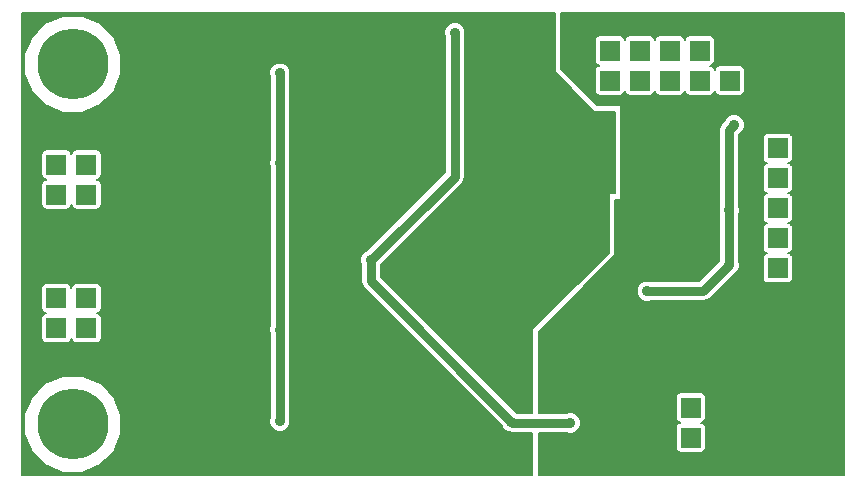
<source format=gbr>
G04 #@! TF.FileFunction,Copper,L1,Top,Signal*
%FSLAX46Y46*%
G04 Gerber Fmt 4.6, Leading zero omitted, Abs format (unit mm)*
G04 Created by KiCad (PCBNEW 0.201503110816+5502~22~ubuntu14.04.1-product) date St 11. březen 2015, 22:21:51 CET*
%MOMM*%
G01*
G04 APERTURE LIST*
%ADD10C,0.100000*%
%ADD11R,1.651000X1.651000*%
%ADD12C,6.000000*%
%ADD13C,0.889000*%
%ADD14C,0.500000*%
%ADD15C,0.254000*%
%ADD16C,0.600000*%
%ADD17C,0.400000*%
%ADD18C,0.800000*%
%ADD19C,0.300000*%
%ADD20C,0.200000*%
G04 APERTURE END LIST*
D10*
D11*
X3683000Y13208000D03*
X6223000Y13208000D03*
X3683000Y18288000D03*
X3683000Y15748000D03*
X3683000Y10668000D03*
X6223000Y10668000D03*
X6223000Y15748000D03*
X6223000Y18288000D03*
X3683000Y24511000D03*
X6223000Y24511000D03*
X3683000Y29591000D03*
X3683000Y27051000D03*
X3683000Y21971000D03*
X6223000Y21971000D03*
X6223000Y27051000D03*
X6223000Y29591000D03*
X59944000Y6477000D03*
X57404000Y6477000D03*
X54864000Y6477000D03*
X54864000Y3937000D03*
X57404000Y3937000D03*
X59944000Y3937000D03*
X55626000Y34163000D03*
X55626000Y36703000D03*
X50546000Y34163000D03*
X53086000Y34163000D03*
X58166000Y34163000D03*
X58166000Y36703000D03*
X53086000Y36703000D03*
X50546000Y36703000D03*
X64770000Y20828000D03*
X67310000Y28448000D03*
X67310000Y23368000D03*
X64770000Y28448000D03*
X67310000Y18288000D03*
X67310000Y20828000D03*
X67310000Y25908000D03*
X64770000Y18288000D03*
X64770000Y25908000D03*
X64770000Y23368000D03*
D12*
X66040000Y35560000D03*
X66040000Y5080000D03*
X5080000Y5080000D03*
X5080000Y35560000D03*
D11*
X60706000Y34163000D03*
X60706000Y36703000D03*
D13*
X45212000Y34036000D03*
X42418000Y31623000D03*
X46736000Y31877000D03*
X49657000Y25146000D03*
X49784000Y19558000D03*
X46609000Y25400000D03*
X46355000Y27305000D03*
X48006000Y24638000D03*
X50419000Y26543000D03*
X25003760Y4061460D03*
X43878500Y27139900D03*
X39880540Y26857960D03*
X35572700Y27101800D03*
X42291000Y35052000D03*
X35783520Y17462500D03*
X36649660Y15615920D03*
X36621720Y13738860D03*
X39913560Y17261840D03*
X41066720Y15298420D03*
X31724600Y25986740D03*
X30827980Y21894800D03*
X31244540Y23876000D03*
X32011620Y17416780D03*
X45653960Y28554680D03*
X48798480Y26626820D03*
X43180000Y8382000D03*
X41402000Y9652000D03*
X42773600Y11328400D03*
X38023800Y5842000D03*
X38227000Y2108200D03*
X32969200Y2565400D03*
X33426400Y5359400D03*
X31140400Y3911600D03*
X10160000Y15240000D03*
X16256000Y12700000D03*
X20320000Y12192000D03*
X20828000Y14605000D03*
X24130000Y14351000D03*
X37973000Y11938000D03*
X32766000Y11938000D03*
X26035000Y9017000D03*
X26289000Y30480000D03*
X24892000Y25654000D03*
X9525000Y19304000D03*
X11176000Y24130000D03*
X13716000Y25527000D03*
X12446000Y31115000D03*
X17526000Y35560000D03*
X20955000Y38100000D03*
X12319000Y9144000D03*
X12319000Y4445000D03*
X18034000Y5461000D03*
X17018000Y15367000D03*
X12446000Y19431000D03*
X36083240Y3429000D03*
X38227000Y3810000D03*
X30734000Y1778000D03*
X35687000Y5842000D03*
X25273000Y23876000D03*
X25781000Y17907000D03*
X29210000Y14859000D03*
X37421994Y38227000D03*
X42202100Y5295900D03*
X47188120Y5171440D03*
X30317440Y18938240D03*
X54737000Y31623000D03*
X68707000Y11684000D03*
X66294000Y10795000D03*
X66167000Y13716000D03*
X62484000Y13716000D03*
X58547000Y19304000D03*
X57658000Y22860000D03*
X55245000Y24765000D03*
X53467000Y25781000D03*
X52197000Y26670000D03*
X52197000Y24892000D03*
X52197000Y23368000D03*
X53848000Y23368000D03*
X50927000Y15875000D03*
X49276000Y15875000D03*
X46609000Y11430000D03*
X57404000Y26797000D03*
X56134000Y26788509D03*
X59309000Y22098000D03*
X53718460Y16344900D03*
X60657740Y23210520D03*
X60639960Y18516600D03*
X61081920Y30406340D03*
X22606000Y5334000D03*
X22606000Y13081000D03*
X22606000Y27178000D03*
X22606000Y34798000D03*
D14*
X44196000Y35052000D02*
X44767501Y34480499D01*
X42291000Y35052000D02*
X44196000Y35052000D01*
X44767501Y34480499D02*
X45212000Y34036000D01*
X42672000Y31877000D02*
X42418000Y31623000D01*
X46736000Y31877000D02*
X42672000Y31877000D01*
D15*
X45653960Y28554680D02*
X49062640Y25146000D01*
D16*
X49784000Y25019000D02*
X49657000Y25146000D01*
D15*
X49062640Y25146000D02*
X49657000Y25146000D01*
D16*
X49784000Y19558000D02*
X49784000Y25019000D01*
D15*
X46355000Y25654000D02*
X46609000Y25400000D01*
X46355000Y27305000D02*
X46355000Y25654000D01*
X48006000Y25266617D02*
X48006000Y24638000D01*
X48006000Y25834340D02*
X48006000Y25266617D01*
X48798480Y26626820D02*
X48006000Y25834340D01*
D17*
X25011380Y26339800D02*
X25011380Y25711183D01*
X25011380Y25711183D02*
X26846563Y23876000D01*
X26846563Y23876000D02*
X30615923Y23876000D01*
X30615923Y23876000D02*
X31244540Y23876000D01*
D15*
X39880540Y26857960D02*
X43596560Y26857960D01*
X43596560Y26857960D02*
X43878500Y27139900D01*
D17*
X36649660Y13766800D02*
X36621720Y13738860D01*
X36649660Y15615920D02*
X36649660Y13766800D01*
X39913560Y16451580D02*
X41066720Y15298420D01*
X39913560Y17261840D02*
X39913560Y16451580D01*
X31724600Y22791420D02*
X30827980Y21894800D01*
X31724600Y25986740D02*
X31724600Y22791420D01*
D14*
X42672000Y8382000D02*
X41402000Y9652000D01*
X43180000Y8382000D02*
X42672000Y8382000D01*
X41402000Y9956800D02*
X42773600Y11328400D01*
X41402000Y9652000D02*
X41402000Y9956800D01*
X38023800Y2311400D02*
X38227000Y2108200D01*
X38023800Y5842000D02*
X38023800Y2311400D01*
X32969200Y4902200D02*
X33426400Y5359400D01*
X32969200Y2565400D02*
X32969200Y4902200D01*
D18*
X13716000Y15240000D02*
X16256000Y12700000D01*
X10160000Y15240000D02*
X13716000Y15240000D01*
X20320000Y14097000D02*
X20828000Y14605000D01*
X20320000Y12192000D02*
X20320000Y14097000D01*
X36621720Y13289280D02*
X37973000Y11938000D01*
X36621720Y13738860D02*
X36621720Y13289280D01*
D14*
X24130000Y10922000D02*
X26035000Y9017000D01*
X24130000Y14351000D02*
X24130000Y10922000D01*
X26289000Y30480000D02*
X24892000Y29083000D01*
X24892000Y29083000D02*
X24892000Y26282617D01*
X24892000Y26282617D02*
X24892000Y25654000D01*
X11176000Y20955000D02*
X11176000Y24130000D01*
X9525000Y19304000D02*
X11176000Y20955000D01*
X12446000Y26797000D02*
X12446000Y31115000D01*
X13716000Y25527000D02*
X12446000Y26797000D01*
X18415000Y35560000D02*
X20955000Y38100000D01*
X17526000Y35560000D02*
X18415000Y35560000D01*
X12700000Y9144000D02*
X12319000Y9144000D01*
X16256000Y12700000D02*
X12700000Y9144000D01*
X17018000Y4445000D02*
X18034000Y5461000D01*
X12319000Y4445000D02*
X17018000Y4445000D01*
X12954000Y19431000D02*
X12446000Y19431000D01*
X17018000Y15367000D02*
X12954000Y19431000D01*
X38227000Y5638800D02*
X38023800Y5842000D01*
X38227000Y3810000D02*
X38227000Y5638800D01*
X31521400Y2565400D02*
X30734000Y1778000D01*
X32969200Y2565400D02*
X31521400Y2565400D01*
X25781000Y23368000D02*
X25781000Y18535617D01*
D18*
X25781000Y16002000D02*
X25781000Y17278383D01*
X24130000Y14351000D02*
X25781000Y16002000D01*
X25781000Y17278383D02*
X25781000Y17907000D01*
D14*
X25273000Y23876000D02*
X25781000Y23368000D01*
X25781000Y18535617D02*
X25781000Y17907000D01*
D18*
X32131000Y11938000D02*
X29654499Y14414501D01*
X32766000Y11938000D02*
X32131000Y11938000D01*
X29654499Y14414501D02*
X29210000Y14859000D01*
X42326560Y5171440D02*
X42202100Y5295900D01*
X47188120Y5171440D02*
X42326560Y5171440D01*
X30317440Y17180560D02*
X30317440Y18938240D01*
X42202100Y5295900D02*
X30317440Y17180560D01*
X37421994Y26042794D02*
X37421994Y38227000D01*
X30317440Y18938240D02*
X37421994Y26042794D01*
D19*
X53467000Y25781000D02*
X53467000Y30353000D01*
X53467000Y30353000D02*
X54737000Y31623000D01*
D16*
X66294000Y10795000D02*
X67818000Y10795000D01*
X67818000Y10795000D02*
X68707000Y11684000D01*
X62484000Y13716000D02*
X66167000Y13716000D01*
X55245000Y24765000D02*
X55753000Y24765000D01*
X55753000Y24765000D02*
X57658000Y22860000D01*
X52197000Y26670000D02*
X52578000Y26670000D01*
X52578000Y26670000D02*
X53467000Y25781000D01*
X52197000Y23368000D02*
X52197000Y24892000D01*
X51371499Y20637499D02*
X53848000Y23114000D01*
X53848000Y23114000D02*
X53848000Y23368000D01*
X50927000Y15875000D02*
X51371499Y16319499D01*
X51371499Y16319499D02*
X51371499Y20637499D01*
X46609000Y11430000D02*
X46609000Y13208000D01*
X46609000Y13208000D02*
X49276000Y15875000D01*
D19*
X56134000Y26788509D02*
X57395509Y26788509D01*
X57395509Y26788509D02*
X57404000Y26797000D01*
D16*
X58547000Y21336000D02*
X58864501Y21653501D01*
X58547000Y19304000D02*
X58547000Y21336000D01*
X58864501Y21653501D02*
X59309000Y22098000D01*
D18*
X58468260Y16344900D02*
X60639960Y18516600D01*
X53718460Y16344900D02*
X58468260Y16344900D01*
X60639960Y23192740D02*
X60657740Y23210520D01*
X60639960Y18516600D02*
X60639960Y23192740D01*
X60657740Y29982160D02*
X61081920Y30406340D01*
X60657740Y23210520D02*
X60657740Y29982160D01*
X22606000Y5334000D02*
X22606000Y13081000D01*
X22606000Y13081000D02*
X22606000Y27178000D01*
X22606000Y27178000D02*
X22606000Y34798000D01*
D20*
G36*
X70364000Y756000D02*
X66054316Y756000D01*
X66054316Y17462500D01*
X66054316Y19113500D01*
X66021025Y19285083D01*
X65921961Y19435890D01*
X65772410Y19536838D01*
X65668065Y19557764D01*
X65767083Y19576975D01*
X65917890Y19676039D01*
X66018838Y19825590D01*
X66054316Y20002500D01*
X66054316Y21653500D01*
X66021025Y21825083D01*
X65921961Y21975890D01*
X65772410Y22076838D01*
X65668065Y22097764D01*
X65767083Y22116975D01*
X65917890Y22216039D01*
X66018838Y22365590D01*
X66054316Y22542500D01*
X66054316Y24193500D01*
X66021025Y24365083D01*
X65921961Y24515890D01*
X65772410Y24616838D01*
X65668065Y24637764D01*
X65767083Y24656975D01*
X65917890Y24756039D01*
X66018838Y24905590D01*
X66054316Y25082500D01*
X66054316Y26733500D01*
X66021025Y26905083D01*
X65921961Y27055890D01*
X65772410Y27156838D01*
X65668065Y27177764D01*
X65767083Y27196975D01*
X65917890Y27296039D01*
X66018838Y27445590D01*
X66054316Y27622500D01*
X66054316Y29273500D01*
X66021025Y29445083D01*
X65921961Y29595890D01*
X65772410Y29696838D01*
X65595500Y29732316D01*
X63944500Y29732316D01*
X63772917Y29699025D01*
X63622110Y29599961D01*
X63521162Y29450410D01*
X63485684Y29273500D01*
X63485684Y27622500D01*
X63518975Y27450917D01*
X63618039Y27300110D01*
X63767590Y27199162D01*
X63871934Y27178237D01*
X63772917Y27159025D01*
X63622110Y27059961D01*
X63521162Y26910410D01*
X63485684Y26733500D01*
X63485684Y25082500D01*
X63518975Y24910917D01*
X63618039Y24760110D01*
X63767590Y24659162D01*
X63871934Y24638237D01*
X63772917Y24619025D01*
X63622110Y24519961D01*
X63521162Y24370410D01*
X63485684Y24193500D01*
X63485684Y22542500D01*
X63518975Y22370917D01*
X63618039Y22220110D01*
X63767590Y22119162D01*
X63871934Y22098237D01*
X63772917Y22079025D01*
X63622110Y21979961D01*
X63521162Y21830410D01*
X63485684Y21653500D01*
X63485684Y20002500D01*
X63518975Y19830917D01*
X63618039Y19680110D01*
X63767590Y19579162D01*
X63871934Y19558237D01*
X63772917Y19539025D01*
X63622110Y19439961D01*
X63521162Y19290410D01*
X63485684Y19113500D01*
X63485684Y17462500D01*
X63518975Y17290917D01*
X63618039Y17140110D01*
X63767590Y17039162D01*
X63944500Y17003684D01*
X65595500Y17003684D01*
X65767083Y17036975D01*
X65917890Y17136039D01*
X66018838Y17285590D01*
X66054316Y17462500D01*
X66054316Y756000D01*
X61990316Y756000D01*
X61990316Y33337500D01*
X61990316Y34988500D01*
X61957025Y35160083D01*
X61857961Y35310890D01*
X61708410Y35411838D01*
X61531500Y35447316D01*
X59880500Y35447316D01*
X59708917Y35414025D01*
X59558110Y35314961D01*
X59457162Y35165410D01*
X59436236Y35061066D01*
X59417025Y35160083D01*
X59317961Y35310890D01*
X59168410Y35411838D01*
X59064065Y35432764D01*
X59163083Y35451975D01*
X59313890Y35551039D01*
X59414838Y35700590D01*
X59450316Y35877500D01*
X59450316Y37528500D01*
X59417025Y37700083D01*
X59317961Y37850890D01*
X59168410Y37951838D01*
X58991500Y37987316D01*
X57340500Y37987316D01*
X57168917Y37954025D01*
X57018110Y37854961D01*
X56917162Y37705410D01*
X56896236Y37601066D01*
X56877025Y37700083D01*
X56777961Y37850890D01*
X56628410Y37951838D01*
X56451500Y37987316D01*
X54800500Y37987316D01*
X54628917Y37954025D01*
X54478110Y37854961D01*
X54377162Y37705410D01*
X54356236Y37601066D01*
X54337025Y37700083D01*
X54237961Y37850890D01*
X54088410Y37951838D01*
X53911500Y37987316D01*
X52260500Y37987316D01*
X52088917Y37954025D01*
X51938110Y37854961D01*
X51837162Y37705410D01*
X51816236Y37601066D01*
X51797025Y37700083D01*
X51697961Y37850890D01*
X51548410Y37951838D01*
X51371500Y37987316D01*
X49720500Y37987316D01*
X49548917Y37954025D01*
X49398110Y37854961D01*
X49297162Y37705410D01*
X49261684Y37528500D01*
X49261684Y35877500D01*
X49294975Y35705917D01*
X49394039Y35555110D01*
X49543590Y35454162D01*
X49647934Y35433237D01*
X49548917Y35414025D01*
X49398110Y35314961D01*
X49297162Y35165410D01*
X49261684Y34988500D01*
X49261684Y33337500D01*
X49294975Y33165917D01*
X49394039Y33015110D01*
X49543590Y32914162D01*
X49720500Y32878684D01*
X51371500Y32878684D01*
X51543083Y32911975D01*
X51693890Y33011039D01*
X51794838Y33160590D01*
X51815763Y33264935D01*
X51834975Y33165917D01*
X51934039Y33015110D01*
X52083590Y32914162D01*
X52260500Y32878684D01*
X53911500Y32878684D01*
X54083083Y32911975D01*
X54233890Y33011039D01*
X54334838Y33160590D01*
X54355763Y33264935D01*
X54374975Y33165917D01*
X54474039Y33015110D01*
X54623590Y32914162D01*
X54800500Y32878684D01*
X56451500Y32878684D01*
X56623083Y32911975D01*
X56773890Y33011039D01*
X56874838Y33160590D01*
X56895763Y33264935D01*
X56914975Y33165917D01*
X57014039Y33015110D01*
X57163590Y32914162D01*
X57340500Y32878684D01*
X58991500Y32878684D01*
X59163083Y32911975D01*
X59313890Y33011039D01*
X59414838Y33160590D01*
X59435763Y33264935D01*
X59454975Y33165917D01*
X59554039Y33015110D01*
X59703590Y32914162D01*
X59880500Y32878684D01*
X61531500Y32878684D01*
X61703083Y32911975D01*
X61853890Y33011039D01*
X61954838Y33160590D01*
X61990316Y33337500D01*
X61990316Y756000D01*
X61976575Y756000D01*
X61976575Y30583486D01*
X61840682Y30912371D01*
X61589275Y31164218D01*
X61260628Y31300684D01*
X60904774Y31300995D01*
X60575889Y31165102D01*
X60324042Y30913695D01*
X60279199Y30805702D01*
X60056699Y30583201D01*
X59872442Y30307441D01*
X59807740Y29982160D01*
X59807740Y23496021D01*
X59763396Y23389228D01*
X59763085Y23033374D01*
X59789960Y22968331D01*
X59789960Y18868682D01*
X58116178Y17194900D01*
X54003960Y17194900D01*
X53897168Y17239244D01*
X53541314Y17239555D01*
X53212429Y17103662D01*
X52960582Y16852255D01*
X52824116Y16523608D01*
X52823805Y16167754D01*
X52959698Y15838869D01*
X53211105Y15587022D01*
X53539752Y15450556D01*
X53895606Y15450245D01*
X54003678Y15494900D01*
X58468260Y15494900D01*
X58793541Y15559602D01*
X59069301Y15743859D01*
X61039121Y17713681D01*
X61145991Y17757838D01*
X61397838Y18009245D01*
X61534304Y18337892D01*
X61534615Y18693746D01*
X61489960Y18801818D01*
X61489960Y22882201D01*
X61552084Y23031812D01*
X61552395Y23387666D01*
X61507740Y23495738D01*
X61507740Y29614436D01*
X61587951Y29647578D01*
X61839798Y29898985D01*
X61976264Y30227632D01*
X61976575Y30583486D01*
X61976575Y756000D01*
X58688316Y756000D01*
X58688316Y3111500D01*
X58688316Y4762500D01*
X58655025Y4934083D01*
X58555961Y5084890D01*
X58406410Y5185838D01*
X58302065Y5206764D01*
X58401083Y5225975D01*
X58551890Y5325039D01*
X58652838Y5474590D01*
X58688316Y5651500D01*
X58688316Y7302500D01*
X58655025Y7474083D01*
X58555961Y7624890D01*
X58406410Y7725838D01*
X58229500Y7761316D01*
X56578500Y7761316D01*
X56406917Y7728025D01*
X56256110Y7628961D01*
X56155162Y7479410D01*
X56119684Y7302500D01*
X56119684Y5651500D01*
X56152975Y5479917D01*
X56252039Y5329110D01*
X56401590Y5228162D01*
X56505934Y5207237D01*
X56406917Y5188025D01*
X56256110Y5088961D01*
X56155162Y4939410D01*
X56119684Y4762500D01*
X56119684Y3111500D01*
X56152975Y2939917D01*
X56252039Y2789110D01*
X56401590Y2688162D01*
X56578500Y2652684D01*
X58229500Y2652684D01*
X58401083Y2685975D01*
X58551890Y2785039D01*
X58652838Y2934590D01*
X58688316Y3111500D01*
X58688316Y756000D01*
X44519000Y756000D01*
X44519000Y4321440D01*
X46902619Y4321440D01*
X47009412Y4277096D01*
X47365266Y4276785D01*
X47694151Y4412678D01*
X47945998Y4664085D01*
X48082464Y4992732D01*
X48082775Y5348586D01*
X47946882Y5677471D01*
X47695475Y5929318D01*
X47366828Y6065784D01*
X47010974Y6066095D01*
X46902901Y6021440D01*
X44519000Y6021440D01*
X44519000Y12894604D01*
X50996000Y19371604D01*
X50996000Y24061000D01*
X51504000Y24061000D01*
X51504000Y25273000D01*
X51504000Y32073000D01*
X49462396Y32073000D01*
X46424000Y35111396D01*
X46424000Y39884000D01*
X70364000Y39884000D01*
X70364000Y756000D01*
X70364000Y756000D01*
G37*
X70364000Y756000D02*
X66054316Y756000D01*
X66054316Y17462500D01*
X66054316Y19113500D01*
X66021025Y19285083D01*
X65921961Y19435890D01*
X65772410Y19536838D01*
X65668065Y19557764D01*
X65767083Y19576975D01*
X65917890Y19676039D01*
X66018838Y19825590D01*
X66054316Y20002500D01*
X66054316Y21653500D01*
X66021025Y21825083D01*
X65921961Y21975890D01*
X65772410Y22076838D01*
X65668065Y22097764D01*
X65767083Y22116975D01*
X65917890Y22216039D01*
X66018838Y22365590D01*
X66054316Y22542500D01*
X66054316Y24193500D01*
X66021025Y24365083D01*
X65921961Y24515890D01*
X65772410Y24616838D01*
X65668065Y24637764D01*
X65767083Y24656975D01*
X65917890Y24756039D01*
X66018838Y24905590D01*
X66054316Y25082500D01*
X66054316Y26733500D01*
X66021025Y26905083D01*
X65921961Y27055890D01*
X65772410Y27156838D01*
X65668065Y27177764D01*
X65767083Y27196975D01*
X65917890Y27296039D01*
X66018838Y27445590D01*
X66054316Y27622500D01*
X66054316Y29273500D01*
X66021025Y29445083D01*
X65921961Y29595890D01*
X65772410Y29696838D01*
X65595500Y29732316D01*
X63944500Y29732316D01*
X63772917Y29699025D01*
X63622110Y29599961D01*
X63521162Y29450410D01*
X63485684Y29273500D01*
X63485684Y27622500D01*
X63518975Y27450917D01*
X63618039Y27300110D01*
X63767590Y27199162D01*
X63871934Y27178237D01*
X63772917Y27159025D01*
X63622110Y27059961D01*
X63521162Y26910410D01*
X63485684Y26733500D01*
X63485684Y25082500D01*
X63518975Y24910917D01*
X63618039Y24760110D01*
X63767590Y24659162D01*
X63871934Y24638237D01*
X63772917Y24619025D01*
X63622110Y24519961D01*
X63521162Y24370410D01*
X63485684Y24193500D01*
X63485684Y22542500D01*
X63518975Y22370917D01*
X63618039Y22220110D01*
X63767590Y22119162D01*
X63871934Y22098237D01*
X63772917Y22079025D01*
X63622110Y21979961D01*
X63521162Y21830410D01*
X63485684Y21653500D01*
X63485684Y20002500D01*
X63518975Y19830917D01*
X63618039Y19680110D01*
X63767590Y19579162D01*
X63871934Y19558237D01*
X63772917Y19539025D01*
X63622110Y19439961D01*
X63521162Y19290410D01*
X63485684Y19113500D01*
X63485684Y17462500D01*
X63518975Y17290917D01*
X63618039Y17140110D01*
X63767590Y17039162D01*
X63944500Y17003684D01*
X65595500Y17003684D01*
X65767083Y17036975D01*
X65917890Y17136039D01*
X66018838Y17285590D01*
X66054316Y17462500D01*
X66054316Y756000D01*
X61990316Y756000D01*
X61990316Y33337500D01*
X61990316Y34988500D01*
X61957025Y35160083D01*
X61857961Y35310890D01*
X61708410Y35411838D01*
X61531500Y35447316D01*
X59880500Y35447316D01*
X59708917Y35414025D01*
X59558110Y35314961D01*
X59457162Y35165410D01*
X59436236Y35061066D01*
X59417025Y35160083D01*
X59317961Y35310890D01*
X59168410Y35411838D01*
X59064065Y35432764D01*
X59163083Y35451975D01*
X59313890Y35551039D01*
X59414838Y35700590D01*
X59450316Y35877500D01*
X59450316Y37528500D01*
X59417025Y37700083D01*
X59317961Y37850890D01*
X59168410Y37951838D01*
X58991500Y37987316D01*
X57340500Y37987316D01*
X57168917Y37954025D01*
X57018110Y37854961D01*
X56917162Y37705410D01*
X56896236Y37601066D01*
X56877025Y37700083D01*
X56777961Y37850890D01*
X56628410Y37951838D01*
X56451500Y37987316D01*
X54800500Y37987316D01*
X54628917Y37954025D01*
X54478110Y37854961D01*
X54377162Y37705410D01*
X54356236Y37601066D01*
X54337025Y37700083D01*
X54237961Y37850890D01*
X54088410Y37951838D01*
X53911500Y37987316D01*
X52260500Y37987316D01*
X52088917Y37954025D01*
X51938110Y37854961D01*
X51837162Y37705410D01*
X51816236Y37601066D01*
X51797025Y37700083D01*
X51697961Y37850890D01*
X51548410Y37951838D01*
X51371500Y37987316D01*
X49720500Y37987316D01*
X49548917Y37954025D01*
X49398110Y37854961D01*
X49297162Y37705410D01*
X49261684Y37528500D01*
X49261684Y35877500D01*
X49294975Y35705917D01*
X49394039Y35555110D01*
X49543590Y35454162D01*
X49647934Y35433237D01*
X49548917Y35414025D01*
X49398110Y35314961D01*
X49297162Y35165410D01*
X49261684Y34988500D01*
X49261684Y33337500D01*
X49294975Y33165917D01*
X49394039Y33015110D01*
X49543590Y32914162D01*
X49720500Y32878684D01*
X51371500Y32878684D01*
X51543083Y32911975D01*
X51693890Y33011039D01*
X51794838Y33160590D01*
X51815763Y33264935D01*
X51834975Y33165917D01*
X51934039Y33015110D01*
X52083590Y32914162D01*
X52260500Y32878684D01*
X53911500Y32878684D01*
X54083083Y32911975D01*
X54233890Y33011039D01*
X54334838Y33160590D01*
X54355763Y33264935D01*
X54374975Y33165917D01*
X54474039Y33015110D01*
X54623590Y32914162D01*
X54800500Y32878684D01*
X56451500Y32878684D01*
X56623083Y32911975D01*
X56773890Y33011039D01*
X56874838Y33160590D01*
X56895763Y33264935D01*
X56914975Y33165917D01*
X57014039Y33015110D01*
X57163590Y32914162D01*
X57340500Y32878684D01*
X58991500Y32878684D01*
X59163083Y32911975D01*
X59313890Y33011039D01*
X59414838Y33160590D01*
X59435763Y33264935D01*
X59454975Y33165917D01*
X59554039Y33015110D01*
X59703590Y32914162D01*
X59880500Y32878684D01*
X61531500Y32878684D01*
X61703083Y32911975D01*
X61853890Y33011039D01*
X61954838Y33160590D01*
X61990316Y33337500D01*
X61990316Y756000D01*
X61976575Y756000D01*
X61976575Y30583486D01*
X61840682Y30912371D01*
X61589275Y31164218D01*
X61260628Y31300684D01*
X60904774Y31300995D01*
X60575889Y31165102D01*
X60324042Y30913695D01*
X60279199Y30805702D01*
X60056699Y30583201D01*
X59872442Y30307441D01*
X59807740Y29982160D01*
X59807740Y23496021D01*
X59763396Y23389228D01*
X59763085Y23033374D01*
X59789960Y22968331D01*
X59789960Y18868682D01*
X58116178Y17194900D01*
X54003960Y17194900D01*
X53897168Y17239244D01*
X53541314Y17239555D01*
X53212429Y17103662D01*
X52960582Y16852255D01*
X52824116Y16523608D01*
X52823805Y16167754D01*
X52959698Y15838869D01*
X53211105Y15587022D01*
X53539752Y15450556D01*
X53895606Y15450245D01*
X54003678Y15494900D01*
X58468260Y15494900D01*
X58793541Y15559602D01*
X59069301Y15743859D01*
X61039121Y17713681D01*
X61145991Y17757838D01*
X61397838Y18009245D01*
X61534304Y18337892D01*
X61534615Y18693746D01*
X61489960Y18801818D01*
X61489960Y22882201D01*
X61552084Y23031812D01*
X61552395Y23387666D01*
X61507740Y23495738D01*
X61507740Y29614436D01*
X61587951Y29647578D01*
X61839798Y29898985D01*
X61976264Y30227632D01*
X61976575Y30583486D01*
X61976575Y756000D01*
X58688316Y756000D01*
X58688316Y3111500D01*
X58688316Y4762500D01*
X58655025Y4934083D01*
X58555961Y5084890D01*
X58406410Y5185838D01*
X58302065Y5206764D01*
X58401083Y5225975D01*
X58551890Y5325039D01*
X58652838Y5474590D01*
X58688316Y5651500D01*
X58688316Y7302500D01*
X58655025Y7474083D01*
X58555961Y7624890D01*
X58406410Y7725838D01*
X58229500Y7761316D01*
X56578500Y7761316D01*
X56406917Y7728025D01*
X56256110Y7628961D01*
X56155162Y7479410D01*
X56119684Y7302500D01*
X56119684Y5651500D01*
X56152975Y5479917D01*
X56252039Y5329110D01*
X56401590Y5228162D01*
X56505934Y5207237D01*
X56406917Y5188025D01*
X56256110Y5088961D01*
X56155162Y4939410D01*
X56119684Y4762500D01*
X56119684Y3111500D01*
X56152975Y2939917D01*
X56252039Y2789110D01*
X56401590Y2688162D01*
X56578500Y2652684D01*
X58229500Y2652684D01*
X58401083Y2685975D01*
X58551890Y2785039D01*
X58652838Y2934590D01*
X58688316Y3111500D01*
X58688316Y756000D01*
X44519000Y756000D01*
X44519000Y4321440D01*
X46902619Y4321440D01*
X47009412Y4277096D01*
X47365266Y4276785D01*
X47694151Y4412678D01*
X47945998Y4664085D01*
X48082464Y4992732D01*
X48082775Y5348586D01*
X47946882Y5677471D01*
X47695475Y5929318D01*
X47366828Y6065784D01*
X47010974Y6066095D01*
X46902901Y6021440D01*
X44519000Y6021440D01*
X44519000Y12894604D01*
X50996000Y19371604D01*
X50996000Y24061000D01*
X51504000Y24061000D01*
X51504000Y25273000D01*
X51504000Y32073000D01*
X49462396Y32073000D01*
X46424000Y35111396D01*
X46424000Y39884000D01*
X70364000Y39884000D01*
X70364000Y756000D01*
G36*
X50954000Y24611000D02*
X50446000Y24611000D01*
X50446000Y19599421D01*
X43969000Y13122421D01*
X43969000Y6021440D01*
X42741736Y6021440D01*
X42709455Y6053778D01*
X42601461Y6098621D01*
X31167440Y17532642D01*
X31167440Y18586159D01*
X38023031Y25441751D01*
X38023035Y25441753D01*
X38023035Y25441754D01*
X38207292Y25717513D01*
X38271994Y26042794D01*
X38271995Y26042794D01*
X38271994Y26042799D01*
X38271994Y37941500D01*
X38316338Y38048292D01*
X38316649Y38404146D01*
X38180756Y38733031D01*
X37929349Y38984878D01*
X37600702Y39121344D01*
X37244848Y39121655D01*
X36915963Y38985762D01*
X36664116Y38734355D01*
X36527650Y38405708D01*
X36527339Y38049854D01*
X36571994Y37941781D01*
X36571994Y26394876D01*
X29918277Y19741160D01*
X29811409Y19697002D01*
X29559562Y19445595D01*
X29423096Y19116948D01*
X29422785Y18761094D01*
X29467440Y18653021D01*
X29467440Y17180560D01*
X29532142Y16855279D01*
X29716399Y16579519D01*
X41399180Y4896738D01*
X41443338Y4789869D01*
X41694745Y4538022D01*
X41904039Y4451116D01*
X42001279Y4386142D01*
X42326560Y4321440D01*
X43969000Y4321440D01*
X43969000Y756000D01*
X23500655Y756000D01*
X23500655Y5511146D01*
X23456000Y5619218D01*
X23456000Y12795500D01*
X23500344Y12902292D01*
X23500655Y13258146D01*
X23456000Y13366218D01*
X23456000Y26892500D01*
X23500344Y26999292D01*
X23500655Y27355146D01*
X23456000Y27463218D01*
X23456000Y34512500D01*
X23500344Y34619292D01*
X23500655Y34975146D01*
X23364762Y35304031D01*
X23113355Y35555878D01*
X22784708Y35692344D01*
X22428854Y35692655D01*
X22099969Y35556762D01*
X21848122Y35305355D01*
X21711656Y34976708D01*
X21711345Y34620854D01*
X21756000Y34512781D01*
X21756000Y27463501D01*
X21711656Y27356708D01*
X21711345Y27000854D01*
X21756000Y26892781D01*
X21756000Y13366501D01*
X21711656Y13259708D01*
X21711345Y12903854D01*
X21756000Y12795781D01*
X21756000Y5619501D01*
X21711656Y5512708D01*
X21711345Y5156854D01*
X21847238Y4827969D01*
X22098645Y4576122D01*
X22427292Y4439656D01*
X22783146Y4439345D01*
X23112031Y4575238D01*
X23363878Y4826645D01*
X23500344Y5155292D01*
X23500655Y5511146D01*
X23500655Y756000D01*
X9180710Y756000D01*
X9180710Y5891963D01*
X9180710Y36371963D01*
X8557838Y37879429D01*
X7405496Y39033784D01*
X5899118Y39659287D01*
X4268037Y39660710D01*
X2760571Y39037838D01*
X1606216Y37885496D01*
X980713Y36379118D01*
X979290Y34748037D01*
X1602162Y33240571D01*
X2754504Y32086216D01*
X4260882Y31460713D01*
X5891963Y31459290D01*
X7399429Y32082162D01*
X8553784Y33234504D01*
X9179287Y34740882D01*
X9180710Y36371963D01*
X9180710Y5891963D01*
X8557838Y7399429D01*
X7507316Y8451786D01*
X7507316Y12382500D01*
X7507316Y14033500D01*
X7474025Y14205083D01*
X7374961Y14355890D01*
X7225410Y14456838D01*
X7121065Y14477764D01*
X7220083Y14496975D01*
X7370890Y14596039D01*
X7471838Y14745590D01*
X7507316Y14922500D01*
X7507316Y16573500D01*
X7507316Y23685500D01*
X7507316Y25336500D01*
X7474025Y25508083D01*
X7374961Y25658890D01*
X7225410Y25759838D01*
X7121065Y25780764D01*
X7220083Y25799975D01*
X7370890Y25899039D01*
X7471838Y26048590D01*
X7507316Y26225500D01*
X7507316Y27876500D01*
X7474025Y28048083D01*
X7374961Y28198890D01*
X7225410Y28299838D01*
X7048500Y28335316D01*
X5397500Y28335316D01*
X5225917Y28302025D01*
X5075110Y28202961D01*
X4974162Y28053410D01*
X4953236Y27949066D01*
X4934025Y28048083D01*
X4834961Y28198890D01*
X4685410Y28299838D01*
X4508500Y28335316D01*
X2857500Y28335316D01*
X2685917Y28302025D01*
X2535110Y28202961D01*
X2434162Y28053410D01*
X2398684Y27876500D01*
X2398684Y26225500D01*
X2431975Y26053917D01*
X2531039Y25903110D01*
X2680590Y25802162D01*
X2784934Y25781237D01*
X2685917Y25762025D01*
X2535110Y25662961D01*
X2434162Y25513410D01*
X2398684Y25336500D01*
X2398684Y23685500D01*
X2431975Y23513917D01*
X2531039Y23363110D01*
X2680590Y23262162D01*
X2857500Y23226684D01*
X4508500Y23226684D01*
X4680083Y23259975D01*
X4830890Y23359039D01*
X4931838Y23508590D01*
X4952763Y23612935D01*
X4971975Y23513917D01*
X5071039Y23363110D01*
X5220590Y23262162D01*
X5397500Y23226684D01*
X7048500Y23226684D01*
X7220083Y23259975D01*
X7370890Y23359039D01*
X7471838Y23508590D01*
X7507316Y23685500D01*
X7507316Y16573500D01*
X7474025Y16745083D01*
X7374961Y16895890D01*
X7225410Y16996838D01*
X7048500Y17032316D01*
X5397500Y17032316D01*
X5225917Y16999025D01*
X5075110Y16899961D01*
X4974162Y16750410D01*
X4953236Y16646066D01*
X4934025Y16745083D01*
X4834961Y16895890D01*
X4685410Y16996838D01*
X4508500Y17032316D01*
X2857500Y17032316D01*
X2685917Y16999025D01*
X2535110Y16899961D01*
X2434162Y16750410D01*
X2398684Y16573500D01*
X2398684Y14922500D01*
X2431975Y14750917D01*
X2531039Y14600110D01*
X2680590Y14499162D01*
X2784934Y14478237D01*
X2685917Y14459025D01*
X2535110Y14359961D01*
X2434162Y14210410D01*
X2398684Y14033500D01*
X2398684Y12382500D01*
X2431975Y12210917D01*
X2531039Y12060110D01*
X2680590Y11959162D01*
X2857500Y11923684D01*
X4508500Y11923684D01*
X4680083Y11956975D01*
X4830890Y12056039D01*
X4931838Y12205590D01*
X4952763Y12309935D01*
X4971975Y12210917D01*
X5071039Y12060110D01*
X5220590Y11959162D01*
X5397500Y11923684D01*
X7048500Y11923684D01*
X7220083Y11956975D01*
X7370890Y12056039D01*
X7471838Y12205590D01*
X7507316Y12382500D01*
X7507316Y8451786D01*
X7405496Y8553784D01*
X5899118Y9179287D01*
X4268037Y9180710D01*
X2760571Y8557838D01*
X1606216Y7405496D01*
X980713Y5899118D01*
X979290Y4268037D01*
X1602162Y2760571D01*
X2754504Y1606216D01*
X4260882Y980713D01*
X5891963Y979290D01*
X7399429Y1602162D01*
X8553784Y2754504D01*
X9179287Y4260882D01*
X9180710Y5891963D01*
X9180710Y756000D01*
X756000Y756000D01*
X756000Y39884000D01*
X45874000Y39884000D01*
X45874000Y34883579D01*
X49234579Y31523000D01*
X50954000Y31523000D01*
X50954000Y25273000D01*
X50954000Y24611000D01*
X50954000Y24611000D01*
G37*
X50954000Y24611000D02*
X50446000Y24611000D01*
X50446000Y19599421D01*
X43969000Y13122421D01*
X43969000Y6021440D01*
X42741736Y6021440D01*
X42709455Y6053778D01*
X42601461Y6098621D01*
X31167440Y17532642D01*
X31167440Y18586159D01*
X38023031Y25441751D01*
X38023035Y25441753D01*
X38023035Y25441754D01*
X38207292Y25717513D01*
X38271994Y26042794D01*
X38271995Y26042794D01*
X38271994Y26042799D01*
X38271994Y37941500D01*
X38316338Y38048292D01*
X38316649Y38404146D01*
X38180756Y38733031D01*
X37929349Y38984878D01*
X37600702Y39121344D01*
X37244848Y39121655D01*
X36915963Y38985762D01*
X36664116Y38734355D01*
X36527650Y38405708D01*
X36527339Y38049854D01*
X36571994Y37941781D01*
X36571994Y26394876D01*
X29918277Y19741160D01*
X29811409Y19697002D01*
X29559562Y19445595D01*
X29423096Y19116948D01*
X29422785Y18761094D01*
X29467440Y18653021D01*
X29467440Y17180560D01*
X29532142Y16855279D01*
X29716399Y16579519D01*
X41399180Y4896738D01*
X41443338Y4789869D01*
X41694745Y4538022D01*
X41904039Y4451116D01*
X42001279Y4386142D01*
X42326560Y4321440D01*
X43969000Y4321440D01*
X43969000Y756000D01*
X23500655Y756000D01*
X23500655Y5511146D01*
X23456000Y5619218D01*
X23456000Y12795500D01*
X23500344Y12902292D01*
X23500655Y13258146D01*
X23456000Y13366218D01*
X23456000Y26892500D01*
X23500344Y26999292D01*
X23500655Y27355146D01*
X23456000Y27463218D01*
X23456000Y34512500D01*
X23500344Y34619292D01*
X23500655Y34975146D01*
X23364762Y35304031D01*
X23113355Y35555878D01*
X22784708Y35692344D01*
X22428854Y35692655D01*
X22099969Y35556762D01*
X21848122Y35305355D01*
X21711656Y34976708D01*
X21711345Y34620854D01*
X21756000Y34512781D01*
X21756000Y27463501D01*
X21711656Y27356708D01*
X21711345Y27000854D01*
X21756000Y26892781D01*
X21756000Y13366501D01*
X21711656Y13259708D01*
X21711345Y12903854D01*
X21756000Y12795781D01*
X21756000Y5619501D01*
X21711656Y5512708D01*
X21711345Y5156854D01*
X21847238Y4827969D01*
X22098645Y4576122D01*
X22427292Y4439656D01*
X22783146Y4439345D01*
X23112031Y4575238D01*
X23363878Y4826645D01*
X23500344Y5155292D01*
X23500655Y5511146D01*
X23500655Y756000D01*
X9180710Y756000D01*
X9180710Y5891963D01*
X9180710Y36371963D01*
X8557838Y37879429D01*
X7405496Y39033784D01*
X5899118Y39659287D01*
X4268037Y39660710D01*
X2760571Y39037838D01*
X1606216Y37885496D01*
X980713Y36379118D01*
X979290Y34748037D01*
X1602162Y33240571D01*
X2754504Y32086216D01*
X4260882Y31460713D01*
X5891963Y31459290D01*
X7399429Y32082162D01*
X8553784Y33234504D01*
X9179287Y34740882D01*
X9180710Y36371963D01*
X9180710Y5891963D01*
X8557838Y7399429D01*
X7507316Y8451786D01*
X7507316Y12382500D01*
X7507316Y14033500D01*
X7474025Y14205083D01*
X7374961Y14355890D01*
X7225410Y14456838D01*
X7121065Y14477764D01*
X7220083Y14496975D01*
X7370890Y14596039D01*
X7471838Y14745590D01*
X7507316Y14922500D01*
X7507316Y16573500D01*
X7507316Y23685500D01*
X7507316Y25336500D01*
X7474025Y25508083D01*
X7374961Y25658890D01*
X7225410Y25759838D01*
X7121065Y25780764D01*
X7220083Y25799975D01*
X7370890Y25899039D01*
X7471838Y26048590D01*
X7507316Y26225500D01*
X7507316Y27876500D01*
X7474025Y28048083D01*
X7374961Y28198890D01*
X7225410Y28299838D01*
X7048500Y28335316D01*
X5397500Y28335316D01*
X5225917Y28302025D01*
X5075110Y28202961D01*
X4974162Y28053410D01*
X4953236Y27949066D01*
X4934025Y28048083D01*
X4834961Y28198890D01*
X4685410Y28299838D01*
X4508500Y28335316D01*
X2857500Y28335316D01*
X2685917Y28302025D01*
X2535110Y28202961D01*
X2434162Y28053410D01*
X2398684Y27876500D01*
X2398684Y26225500D01*
X2431975Y26053917D01*
X2531039Y25903110D01*
X2680590Y25802162D01*
X2784934Y25781237D01*
X2685917Y25762025D01*
X2535110Y25662961D01*
X2434162Y25513410D01*
X2398684Y25336500D01*
X2398684Y23685500D01*
X2431975Y23513917D01*
X2531039Y23363110D01*
X2680590Y23262162D01*
X2857500Y23226684D01*
X4508500Y23226684D01*
X4680083Y23259975D01*
X4830890Y23359039D01*
X4931838Y23508590D01*
X4952763Y23612935D01*
X4971975Y23513917D01*
X5071039Y23363110D01*
X5220590Y23262162D01*
X5397500Y23226684D01*
X7048500Y23226684D01*
X7220083Y23259975D01*
X7370890Y23359039D01*
X7471838Y23508590D01*
X7507316Y23685500D01*
X7507316Y16573500D01*
X7474025Y16745083D01*
X7374961Y16895890D01*
X7225410Y16996838D01*
X7048500Y17032316D01*
X5397500Y17032316D01*
X5225917Y16999025D01*
X5075110Y16899961D01*
X4974162Y16750410D01*
X4953236Y16646066D01*
X4934025Y16745083D01*
X4834961Y16895890D01*
X4685410Y16996838D01*
X4508500Y17032316D01*
X2857500Y17032316D01*
X2685917Y16999025D01*
X2535110Y16899961D01*
X2434162Y16750410D01*
X2398684Y16573500D01*
X2398684Y14922500D01*
X2431975Y14750917D01*
X2531039Y14600110D01*
X2680590Y14499162D01*
X2784934Y14478237D01*
X2685917Y14459025D01*
X2535110Y14359961D01*
X2434162Y14210410D01*
X2398684Y14033500D01*
X2398684Y12382500D01*
X2431975Y12210917D01*
X2531039Y12060110D01*
X2680590Y11959162D01*
X2857500Y11923684D01*
X4508500Y11923684D01*
X4680083Y11956975D01*
X4830890Y12056039D01*
X4931838Y12205590D01*
X4952763Y12309935D01*
X4971975Y12210917D01*
X5071039Y12060110D01*
X5220590Y11959162D01*
X5397500Y11923684D01*
X7048500Y11923684D01*
X7220083Y11956975D01*
X7370890Y12056039D01*
X7471838Y12205590D01*
X7507316Y12382500D01*
X7507316Y8451786D01*
X7405496Y8553784D01*
X5899118Y9179287D01*
X4268037Y9180710D01*
X2760571Y8557838D01*
X1606216Y7405496D01*
X980713Y5899118D01*
X979290Y4268037D01*
X1602162Y2760571D01*
X2754504Y1606216D01*
X4260882Y980713D01*
X5891963Y979290D01*
X7399429Y1602162D01*
X8553784Y2754504D01*
X9179287Y4260882D01*
X9180710Y5891963D01*
X9180710Y756000D01*
X756000Y756000D01*
X756000Y39884000D01*
X45874000Y39884000D01*
X45874000Y34883579D01*
X49234579Y31523000D01*
X50954000Y31523000D01*
X50954000Y25273000D01*
X50954000Y24611000D01*
M02*

</source>
